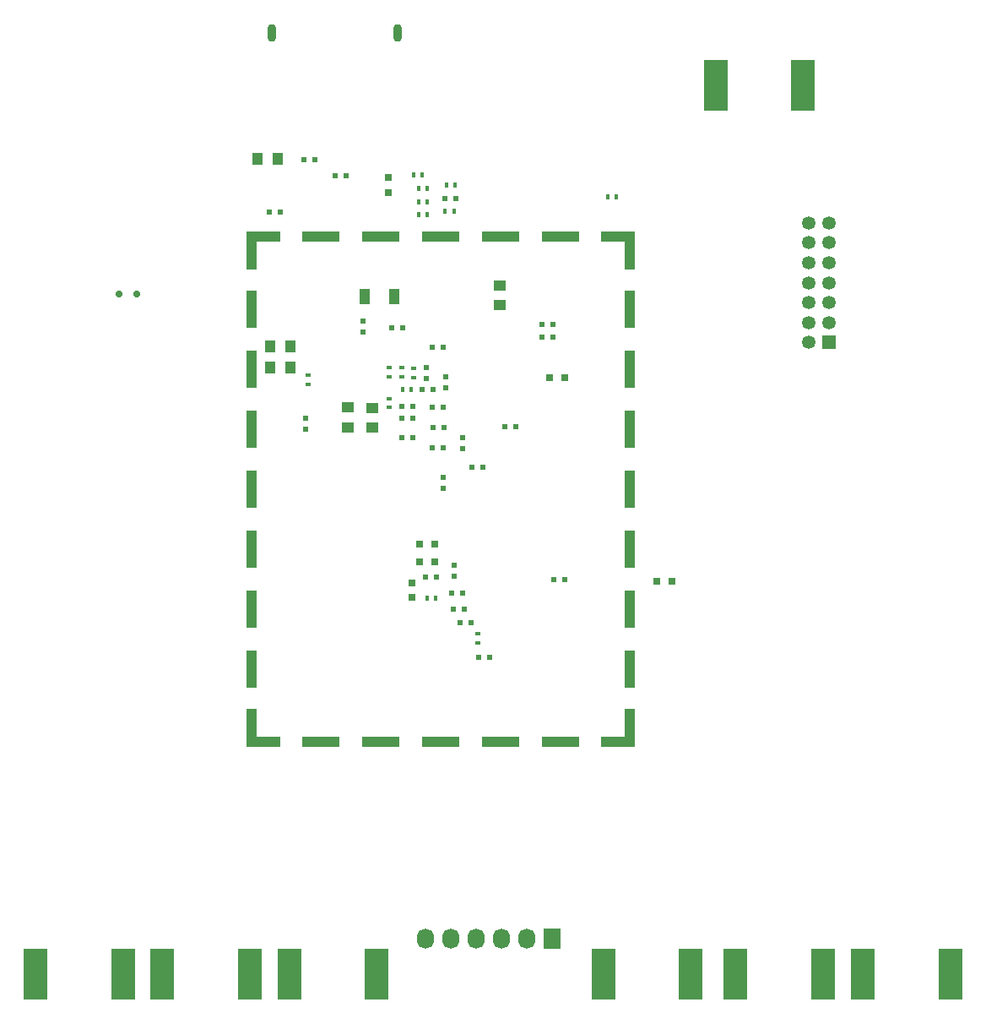
<source format=gbs>
G04 #@! TF.FileFunction,Soldermask,Bot*
%FSLAX46Y46*%
G04 Gerber Fmt 4.6, Leading zero omitted, Abs format (unit mm)*
G04 Created by KiCad (PCBNEW 4.0.4-stable) date Sun Nov  6 13:49:44 2016*
%MOMM*%
%LPD*%
G01*
G04 APERTURE LIST*
%ADD10C,0.100000*%
%ADD11R,0.600000X0.500000*%
%ADD12R,0.500000X0.600000*%
%ADD13R,1.000000X3.800000*%
%ADD14R,3.800000X1.000000*%
%ADD15R,1.000000X3.850000*%
%ADD16R,3.350000X1.000000*%
%ADD17R,2.413000X5.080000*%
%ADD18O,0.900000X1.800000*%
%ADD19R,1.727200X2.032000*%
%ADD20O,1.727200X2.032000*%
%ADD21R,0.800000X0.750000*%
%ADD22R,0.750000X0.800000*%
%ADD23R,1.000000X1.250000*%
%ADD24R,1.000000X1.600000*%
%ADD25R,1.250000X1.000000*%
%ADD26R,1.350000X1.350000*%
%ADD27C,1.350000*%
%ADD28R,0.400000X0.600000*%
%ADD29R,0.600000X0.400000*%
%ADD30C,0.700000*%
G04 APERTURE END LIST*
D10*
D11*
X69380000Y-100980000D03*
X68280000Y-100980000D03*
D12*
X71160000Y-100950000D03*
X71160000Y-99850000D03*
D13*
X50850000Y-92200000D03*
X50850000Y-98200000D03*
X50850000Y-104200000D03*
X50850000Y-110200000D03*
X50850000Y-86200000D03*
X50850000Y-80200000D03*
X50850000Y-74200000D03*
X88750000Y-92200000D03*
X88750000Y-86200000D03*
X88750000Y-80200000D03*
X88750000Y-74200000D03*
X88750000Y-98200000D03*
X88750000Y-104200000D03*
X88750000Y-110200000D03*
D14*
X69800000Y-66900000D03*
X63800000Y-66900000D03*
X57800000Y-66900000D03*
X75800000Y-66900000D03*
X81800000Y-66900000D03*
X81800000Y-117500000D03*
X75800000Y-117500000D03*
X69800000Y-117500000D03*
X63800000Y-117500000D03*
X57800000Y-117500000D03*
D15*
X50850000Y-116075000D03*
D16*
X52025000Y-117500000D03*
X87575000Y-117500000D03*
D15*
X88750000Y-116075000D03*
X88750000Y-68325000D03*
X50850000Y-68325000D03*
D16*
X87575000Y-66900000D03*
X52025000Y-66900000D03*
D17*
X106131500Y-51690000D03*
X97368500Y-51690000D03*
X99368500Y-140810000D03*
X108131500Y-140810000D03*
X29168500Y-140810000D03*
X37931500Y-140810000D03*
D18*
X65450000Y-46500000D03*
X52900000Y-46500000D03*
D19*
X81000000Y-137250000D03*
D20*
X78460000Y-137250000D03*
X75920000Y-137250000D03*
X73380000Y-137250000D03*
X70840000Y-137250000D03*
X68300000Y-137250000D03*
D11*
X72190000Y-104210000D03*
X71090000Y-104210000D03*
D21*
X67680000Y-97740000D03*
X69180000Y-97740000D03*
X67690000Y-99480000D03*
X69190000Y-99480000D03*
D11*
X72840000Y-105590000D03*
X71740000Y-105590000D03*
D21*
X91500000Y-101410000D03*
X93000000Y-101410000D03*
D11*
X71980000Y-102590000D03*
X70880000Y-102590000D03*
D22*
X66960000Y-103080000D03*
X66960000Y-101580000D03*
D11*
X81110000Y-101260000D03*
X82210000Y-101260000D03*
X73580000Y-109040000D03*
X74680000Y-109040000D03*
X70260000Y-63050000D03*
X71360000Y-63050000D03*
X56120000Y-59180000D03*
X57220000Y-59180000D03*
X53750000Y-64400000D03*
X52650000Y-64400000D03*
X59250000Y-60800000D03*
X60350000Y-60800000D03*
D23*
X53430000Y-59070000D03*
X51430000Y-59070000D03*
D22*
X64520000Y-62460000D03*
X64520000Y-60960000D03*
D23*
X54710000Y-79990000D03*
X52710000Y-79990000D03*
D11*
X64910000Y-75990000D03*
X66010000Y-75990000D03*
D12*
X61990000Y-76470000D03*
X61990000Y-75370000D03*
X56270000Y-86150000D03*
X56270000Y-85050000D03*
D23*
X54710000Y-77910000D03*
X52710000Y-77910000D03*
D11*
X68960000Y-78000000D03*
X70060000Y-78000000D03*
D12*
X70290000Y-80940000D03*
X70290000Y-82040000D03*
D24*
X62150000Y-72900000D03*
X65150000Y-72900000D03*
D25*
X75690000Y-73770000D03*
X75690000Y-71770000D03*
D12*
X70040000Y-90980000D03*
X70040000Y-92080000D03*
D11*
X65950000Y-85090000D03*
X67050000Y-85090000D03*
D25*
X60480000Y-86030000D03*
X60480000Y-84030000D03*
X62960000Y-86040000D03*
X62960000Y-84040000D03*
D11*
X67960000Y-82210000D03*
X69060000Y-82210000D03*
X65920000Y-87010000D03*
X67020000Y-87010000D03*
X67050000Y-83890000D03*
X65950000Y-83890000D03*
X68950000Y-88020000D03*
X70050000Y-88020000D03*
X69000000Y-86010000D03*
X70100000Y-86010000D03*
X72940000Y-89990000D03*
X74040000Y-89990000D03*
X70060000Y-84010000D03*
X68960000Y-84010000D03*
D12*
X71990000Y-87010000D03*
X71990000Y-88110000D03*
X68350000Y-81070000D03*
X68350000Y-79970000D03*
D11*
X76200000Y-85960000D03*
X77300000Y-85960000D03*
D21*
X80750000Y-81000000D03*
X82250000Y-81000000D03*
D11*
X81070000Y-75670000D03*
X79970000Y-75670000D03*
X81060000Y-76990000D03*
X79960000Y-76990000D03*
D26*
X108750000Y-77500000D03*
D27*
X108750000Y-75500000D03*
X108750000Y-73500000D03*
X108750000Y-71500000D03*
X108750000Y-69500000D03*
X108750000Y-67500000D03*
X108750000Y-65500000D03*
X106750000Y-77500000D03*
X106750000Y-75500000D03*
X106750000Y-73500000D03*
X106750000Y-71500000D03*
X106750000Y-69500000D03*
X106750000Y-67500000D03*
X106750000Y-65500000D03*
D28*
X86540000Y-62910000D03*
X87440000Y-62910000D03*
D29*
X73510000Y-106690000D03*
X73510000Y-107590000D03*
D28*
X69320000Y-103110000D03*
X68420000Y-103110000D03*
X70360000Y-61680000D03*
X71260000Y-61680000D03*
X67080000Y-60690000D03*
X67980000Y-60690000D03*
X70250000Y-64350000D03*
X71150000Y-64350000D03*
X67570000Y-64680000D03*
X68470000Y-64680000D03*
X67570000Y-63380000D03*
X68470000Y-63380000D03*
X67570000Y-62080000D03*
X68470000Y-62080000D03*
D29*
X64670000Y-83110000D03*
X64670000Y-84010000D03*
X56470000Y-80780000D03*
X56470000Y-81680000D03*
D28*
X66870000Y-82210000D03*
X65970000Y-82210000D03*
D29*
X64650000Y-80040000D03*
X64650000Y-80940000D03*
X65940000Y-80050000D03*
X65940000Y-80950000D03*
X67110000Y-80990000D03*
X67110000Y-80090000D03*
D17*
X41868500Y-140810000D03*
X50631500Y-140810000D03*
X54618500Y-140810000D03*
X63381500Y-140810000D03*
X86118500Y-140810000D03*
X94881500Y-140810000D03*
X112168500Y-140810000D03*
X120931500Y-140810000D03*
D30*
X39350000Y-72650000D03*
X37550000Y-72650000D03*
M02*

</source>
